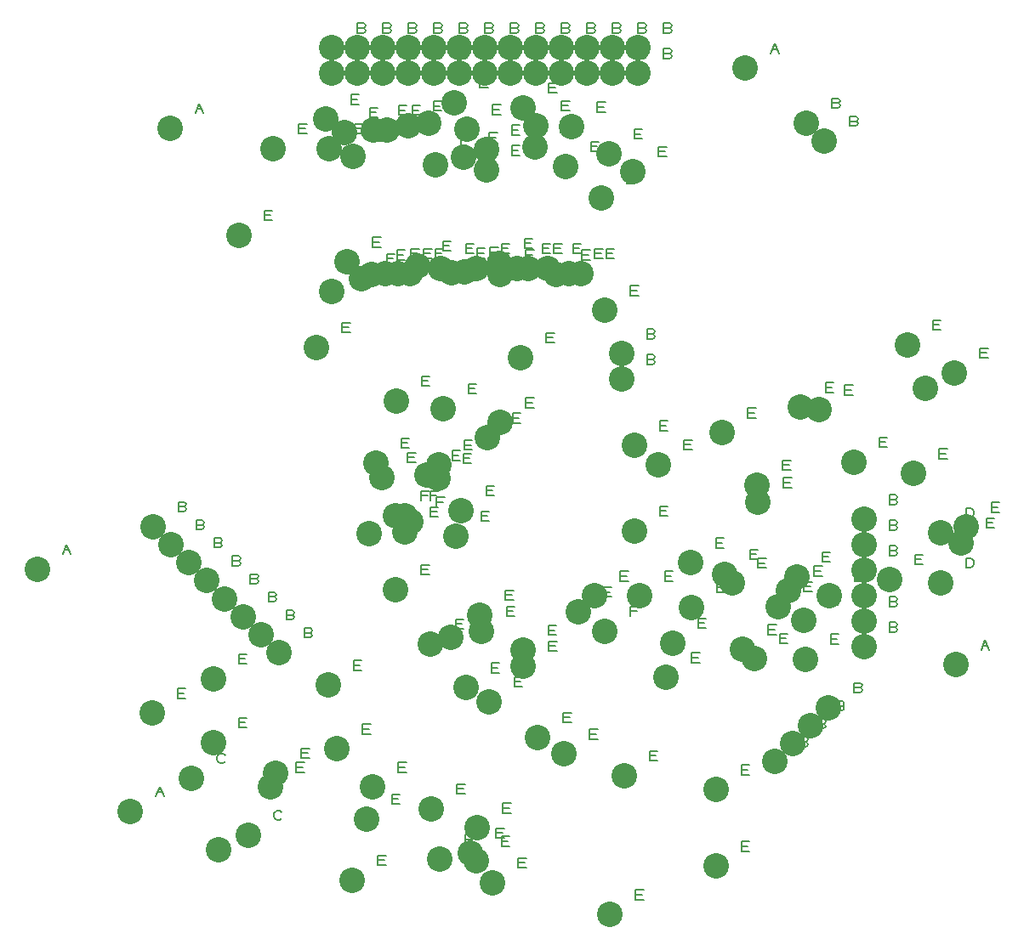
<source format=gbr>
%FSLAX35Y35*%
%MOIN*%
G04 EasyPC Gerber Version 18.0.8 Build 3632 *
%ADD151C,0.00500*%
%ADD150C,0.10000*%
X0Y0D02*
D02*
D150*
X36741Y182991D03*
X73241Y87991D03*
X81741Y126491D03*
X82028Y199705D03*
X88741Y355991D03*
X89099Y192633D03*
X96170Y185563D03*
X97256Y100977D03*
X103241Y178491D03*
X105741Y114991D03*
Y139991D03*
X107741Y72991D03*
X110312Y171420D03*
X115741Y313991D03*
X117383Y164349D03*
X119530Y78703D03*
X124454Y157278D03*
X128241Y97491D03*
X129241Y347991D03*
X130241Y102991D03*
X131526Y150207D03*
X146241Y269991D03*
X149741Y359491D03*
X150741Y137491D03*
X151241Y347991D03*
X152241Y291922D03*
Y377491D03*
Y387491D03*
X154241Y112491D03*
X157141Y354391D03*
X158241Y303491D03*
X160241Y60991D03*
X160384Y345088D03*
X162241Y377491D03*
Y387491D03*
X163741Y296991D03*
X165741Y84991D03*
X166741Y196991D03*
X167741Y298491D03*
X168241Y97491D03*
X168372Y355197D03*
X169370Y224653D03*
X171991Y219037D03*
X172241Y377491D03*
Y387491D03*
X173241Y298991D03*
X173741Y355197D03*
X177241Y174991D03*
Y203991D03*
X177357Y248989D03*
X178241Y298991D03*
X180741Y203991D03*
X180852Y197695D03*
X182100Y356944D03*
X182241Y377491D03*
Y387491D03*
X182741Y298991D03*
X183241Y201491D03*
X185741Y301991D03*
X189463Y219785D03*
X190337Y357818D03*
X190741Y153741D03*
X191241Y88991D03*
X192241Y377491D03*
Y387491D03*
X192741Y341491D03*
X193831Y218662D03*
X194206Y223904D03*
X194580Y69273D03*
X194741Y300991D03*
X195828Y245991D03*
X198741Y156241D03*
X199205Y299167D03*
X200241Y365991D03*
X200741Y195991D03*
X202241Y377491D03*
Y387491D03*
X202741Y205991D03*
X203941Y344491D03*
X204241Y299491D03*
X204741Y136491D03*
X205241Y355491D03*
X206561Y71644D03*
X208741Y68491D03*
Y300991D03*
X209241Y81491D03*
X210241Y164991D03*
X210741Y158741D03*
X212241Y377491D03*
Y387491D03*
X212741Y339491D03*
Y347491D03*
X213176Y234491D03*
X213741Y130991D03*
X215241Y59991D03*
X217741Y302991D03*
X218241Y240491D03*
Y298491D03*
X222241Y377491D03*
Y387491D03*
X224741Y300991D03*
X226241Y265991D03*
X227029Y151269D03*
X227241Y144991D03*
Y363991D03*
X229241Y300991D03*
X231741Y348491D03*
X232241Y356991D03*
Y377491D03*
Y387491D03*
X232941Y116991D03*
X236741Y300991D03*
X240241Y298491D03*
X242241Y377491D03*
Y387491D03*
X243241Y110491D03*
X243741Y340991D03*
X245241Y298991D03*
X246241Y356491D03*
X248741Y166241D03*
X249741Y298991D03*
X252241Y377491D03*
Y387491D03*
X255241Y172491D03*
X257741Y328491D03*
X259241Y158741D03*
Y284491D03*
X260726Y345961D03*
X261241Y47491D03*
X262241Y377491D03*
Y387491D03*
X265741Y257491D03*
Y267491D03*
X266741Y101991D03*
X270241Y338991D03*
X270741Y197991D03*
Y231491D03*
X272241Y377491D03*
Y387491D03*
X272741Y172491D03*
X280241Y224029D03*
X283241Y140491D03*
X285741Y154066D03*
X292741Y185491D03*
X293241Y167991D03*
X302741Y66491D03*
Y96491D03*
X305241Y236509D03*
X306154Y180991D03*
X309274Y177602D03*
X313241Y151491D03*
X314241Y379491D03*
X317741Y147991D03*
X319009Y216041D03*
X319259Y209177D03*
X325741Y107491D03*
X327241Y168338D03*
X331241Y174491D03*
X332813Y114563D03*
X334485Y180091D03*
X335741Y246491D03*
X337241Y162991D03*
X337741Y147767D03*
X338241Y357991D03*
X339883Y121633D03*
X343241Y245491D03*
X345313Y350920D03*
X346955Y128705D03*
X347090Y172491D03*
X356741Y224991D03*
X360741Y152491D03*
Y162491D03*
Y172491D03*
Y182491D03*
Y192491D03*
Y202491D03*
X370741Y178991D03*
X377741Y270991D03*
X380241Y220491D03*
X384741Y253991D03*
X390741Y177691D03*
Y197291D03*
X396241Y259991D03*
X396741Y145491D03*
X398741Y193391D03*
X400741Y199491D03*
D02*
D151*
X46741Y188929D02*
X48304Y192679D01*
X49867Y188929*
X47367Y190491D02*
X49241D01*
X83241Y93929D02*
X84804Y97679D01*
X86367Y93929*
X83867Y95491D02*
X85741D01*
X91741Y132429D02*
Y136179D01*
X94867*
X94241Y134304D02*
X91741D01*
Y132429D02*
X94867D01*
X94215Y207517D02*
X94841Y207205D01*
X95153Y206580*
X94841Y205955*
X94215Y205642*
X92028*
Y209392*
X94215*
X94841Y209080*
X95153Y208455*
X94841Y207830*
X94215Y207517*
X92028*
X98741Y361929D02*
X100304Y365679D01*
X101867Y361929*
X99367Y363491D02*
X101241D01*
X101287Y200446D02*
X101912Y200133D01*
X102224Y199509*
X101912Y198883*
X101287Y198571*
X99099*
Y202321*
X101287*
X101912Y202009*
X102224Y201383*
X101912Y200759*
X101287Y200446*
X99099*
X108357Y193375D02*
X108983Y193063D01*
X109295Y192438*
X108983Y191813*
X108357Y191500*
X106170*
Y195250*
X108357*
X108983Y194938*
X109295Y194313*
X108983Y193688*
X108357Y193375*
X106170*
X110381Y107539D02*
X110069Y107227D01*
X109443Y106914*
X108506*
X107881Y107227*
X107569Y107539*
X107256Y108164*
Y109414*
X107569Y110039*
X107881Y110352*
X108506Y110664*
X109443*
X110069Y110352*
X110381Y110039*
X115429Y186304D02*
X116054Y185991D01*
X116367Y185367*
X116054Y184741*
X115429Y184429*
X113241*
Y188179*
X115429*
X116054Y187867*
X116367Y187241*
X116054Y186617*
X115429Y186304*
X113241*
X115741Y120929D02*
Y124679D01*
X118867*
X118241Y122804D02*
X115741D01*
Y120929D02*
X118867D01*
X115741Y145929D02*
Y149679D01*
X118867*
X118241Y147804D02*
X115741D01*
Y145929D02*
X118867D01*
X117741Y78929D02*
Y82679D01*
X120867*
X120241Y80804D02*
X117741D01*
Y78929D02*
X120867D01*
X122500Y179233D02*
X123125Y178920D01*
X123437Y178296*
X123125Y177670*
X122500Y177358*
X120312*
Y181108*
X122500*
X123125Y180796*
X123437Y180170*
X123125Y179546*
X122500Y179233*
X120312*
X125741Y319929D02*
Y323679D01*
X128867*
X128241Y321804D02*
X125741D01*
Y319929D02*
X128867D01*
X129571Y172162D02*
X130196Y171849D01*
X130509Y171224*
X130196Y170599*
X129571Y170287*
X127383*
Y174037*
X129571*
X130196Y173724*
X130509Y173099*
X130196Y172474*
X129571Y172162*
X127383*
X132655Y85265D02*
X132343Y84953D01*
X131717Y84640*
X130780*
X130155Y84953*
X129843Y85265*
X129530Y85890*
Y87140*
X129843Y87765*
X130155Y88078*
X130780Y88390*
X131717*
X132343Y88078*
X132655Y87765*
X136642Y165091D02*
X137267Y164778D01*
X137580Y164154*
X137267Y163528*
X136642Y163216*
X134454*
Y166966*
X136642*
X137267Y166654*
X137580Y166028*
X137267Y165404*
X136642Y165091*
X134454*
X138241Y103429D02*
Y107179D01*
X141367*
X140741Y105304D02*
X138241D01*
Y103429D02*
X141367D01*
X139241Y353929D02*
Y357679D01*
X142367*
X141741Y355804D02*
X139241D01*
Y353929D02*
X142367D01*
X140241Y108929D02*
Y112679D01*
X143367*
X142741Y110804D02*
X140241D01*
Y108929D02*
X143367D01*
X143713Y158020D02*
X144338Y157707D01*
X144651Y157082*
X144338Y156457*
X143713Y156144*
X141526*
Y159894*
X143713*
X144338Y159582*
X144651Y158957*
X144338Y158332*
X143713Y158020*
X141526*
X156241Y275929D02*
Y279679D01*
X159367*
X158741Y277804D02*
X156241D01*
Y275929D02*
X159367D01*
X159741Y365429D02*
Y369179D01*
X162867*
X162241Y367304D02*
X159741D01*
Y365429D02*
X162867D01*
X160741Y143429D02*
Y147179D01*
X163867*
X163241Y145304D02*
X160741D01*
Y143429D02*
X163867D01*
X161241Y353929D02*
Y357679D01*
X164367*
X163741Y355804D02*
X161241D01*
Y353929D02*
X164367D01*
X162241Y297859D02*
Y301609D01*
X165367*
X164741Y299734D02*
X162241D01*
Y297859D02*
X165367D01*
X164429Y385304D02*
X165054Y384991D01*
X165367Y384367*
X165054Y383741*
X164429Y383429*
X162241*
Y387179*
X164429*
X165054Y386867*
X165367Y386241*
X165054Y385617*
X164429Y385304*
X162241*
X164429Y395304D02*
X165054Y394991D01*
X165367Y394367*
X165054Y393741*
X164429Y393429*
X162241*
Y397179*
X164429*
X165054Y396867*
X165367Y396241*
X165054Y395617*
X164429Y395304*
X162241*
X164241Y118429D02*
Y122179D01*
X167367*
X166741Y120304D02*
X164241D01*
Y118429D02*
X167367D01*
X167141Y360329D02*
Y364079D01*
X170267*
X169641Y362204D02*
X167141D01*
Y360329D02*
X170267D01*
X168241Y309429D02*
Y313179D01*
X171367*
X170741Y311304D02*
X168241D01*
Y309429D02*
X171367D01*
X170241Y66929D02*
Y70679D01*
X173367*
X172741Y68804D02*
X170241D01*
Y66929D02*
X173367D01*
X170384Y351025D02*
Y354775D01*
X173509*
X172884Y352900D02*
X170384D01*
Y351025D02*
X173509D01*
X174429Y385304D02*
X175054Y384991D01*
X175367Y384367*
X175054Y383741*
X174429Y383429*
X172241*
Y387179*
X174429*
X175054Y386867*
X175367Y386241*
X175054Y385617*
X174429Y385304*
X172241*
X174429Y395304D02*
X175054Y394991D01*
X175367Y394367*
X175054Y393741*
X174429Y393429*
X172241*
Y397179*
X174429*
X175054Y396867*
X175367Y396241*
X175054Y395617*
X174429Y395304*
X172241*
X173741Y302929D02*
Y306679D01*
X176867*
X176241Y304804D02*
X173741D01*
Y302929D02*
X176867D01*
X175741Y90929D02*
Y94679D01*
X178867*
X178241Y92804D02*
X175741D01*
Y90929D02*
X178867D01*
X176741Y202929D02*
Y206679D01*
X179867*
X179241Y204804D02*
X176741D01*
Y202929D02*
X179867D01*
X177741Y304429D02*
Y308179D01*
X180867*
X180241Y306304D02*
X177741D01*
Y304429D02*
X180867D01*
X178241Y103429D02*
Y107179D01*
X181367*
X180741Y105304D02*
X178241D01*
Y103429D02*
X181367D01*
X178372Y361134D02*
Y364884D01*
X181497*
X180872Y363009D02*
X178372D01*
Y361134D02*
X181497D01*
X179370Y230590D02*
Y234340D01*
X182495*
X181870Y232465D02*
X179370D01*
Y230590D02*
X182495D01*
X181991Y224974D02*
Y228724D01*
X185116*
X184491Y226849D02*
X181991D01*
Y224974D02*
X185116D01*
X184429Y385304D02*
X185054Y384991D01*
X185367Y384367*
X185054Y383741*
X184429Y383429*
X182241*
Y387179*
X184429*
X185054Y386867*
X185367Y386241*
X185054Y385617*
X184429Y385304*
X182241*
X184429Y395304D02*
X185054Y394991D01*
X185367Y394367*
X185054Y393741*
X184429Y393429*
X182241*
Y397179*
X184429*
X185054Y396867*
X185367Y396241*
X185054Y395617*
X184429Y395304*
X182241*
X183241Y304929D02*
Y308679D01*
X186367*
X185741Y306804D02*
X183241D01*
Y304929D02*
X186367D01*
X183741Y361134D02*
Y364884D01*
X186867*
X186241Y363009D02*
X183741D01*
Y361134D02*
X186867D01*
X187241Y180929D02*
Y184679D01*
X190367*
X189741Y182804D02*
X187241D01*
Y180929D02*
X190367D01*
X187241Y209929D02*
Y213679D01*
X190367*
X189741Y211804D02*
X187241D01*
X187357Y254927D02*
Y258677D01*
X190483*
X189857Y256802D02*
X187357D01*
Y254927D02*
X190483D01*
X188241Y304929D02*
Y308679D01*
X191367*
X190741Y306804D02*
X188241D01*
Y304929D02*
X191367D01*
X190741Y209929D02*
Y213679D01*
X193867*
X193241Y211804D02*
X190741D01*
X190852Y203633D02*
Y207383D01*
X193977*
X193352Y205508D02*
X190852D01*
Y203633D02*
X193977D01*
X192100Y362881D02*
Y366631D01*
X195225*
X194600Y364757D02*
X192100D01*
Y362881D02*
X195225D01*
X194429Y385304D02*
X195054Y384991D01*
X195367Y384367*
X195054Y383741*
X194429Y383429*
X192241*
Y387179*
X194429*
X195054Y386867*
X195367Y386241*
X195054Y385617*
X194429Y385304*
X192241*
X194429Y395304D02*
X195054Y394991D01*
X195367Y394367*
X195054Y393741*
X194429Y393429*
X192241*
Y397179*
X194429*
X195054Y396867*
X195367Y396241*
X195054Y395617*
X194429Y395304*
X192241*
X192741Y304929D02*
Y308679D01*
X195867*
X195241Y306804D02*
X192741D01*
Y304929D02*
X195867D01*
X193241Y207429D02*
Y211179D01*
X196367*
X195741Y209304D02*
X193241D01*
X195741Y307929D02*
Y311679D01*
X198867*
X198241Y309804D02*
X195741D01*
Y307929D02*
X198867D01*
X199463Y225723D02*
Y229473D01*
X202589*
X201963Y227598D02*
X199463D01*
Y225723D02*
X202589D01*
X200337Y363755D02*
Y367505D01*
X203462*
X202837Y365630D02*
X200337D01*
Y363755D02*
X203462D01*
X200741Y159679D02*
Y163429D01*
X203867*
X203241Y161554D02*
X200741D01*
Y159679D02*
X203867D01*
X201241Y94929D02*
Y98679D01*
X204367*
X203741Y96804D02*
X201241D01*
Y94929D02*
X204367D01*
X204429Y385304D02*
X205054Y384991D01*
X205367Y384367*
X205054Y383741*
X204429Y383429*
X202241*
Y387179*
X204429*
X205054Y386867*
X205367Y386241*
X205054Y385617*
X204429Y385304*
X202241*
X204429Y395304D02*
X205054Y394991D01*
X205367Y394367*
X205054Y393741*
X204429Y393429*
X202241*
Y397179*
X204429*
X205054Y396867*
X205367Y396241*
X205054Y395617*
X204429Y395304*
X202241*
X202741Y347429D02*
Y351179D01*
X205867*
X205241Y349304D02*
X202741D01*
Y347429D02*
X205867D01*
X203831Y224600D02*
Y228350D01*
X206957*
X206331Y226475D02*
X203831D01*
Y224600D02*
X206957D01*
X204206Y229841D02*
Y233591D01*
X207331*
X206706Y231717D02*
X204206D01*
Y229841D02*
X207331D01*
X204580Y75210D02*
Y78960D01*
X207706*
X207080Y77085D02*
X204580D01*
Y75210D02*
X207706D01*
X204741Y306929D02*
Y310679D01*
X207867*
X207241Y308804D02*
X204741D01*
Y306929D02*
X207867D01*
X205828Y251929D02*
Y255679D01*
X208954*
X208328Y253804D02*
X205828D01*
Y251929D02*
X208954D01*
X208741Y162179D02*
Y165929D01*
X211867*
X211241Y164054D02*
X208741D01*
Y162179D02*
X211867D01*
X209205Y305105D02*
Y308855D01*
X212330*
X211705Y306980D02*
X209205D01*
Y305105D02*
X212330D01*
X210241Y371929D02*
Y375679D01*
X213367*
X212741Y373804D02*
X210241D01*
Y371929D02*
X213367D01*
X210741Y201929D02*
Y205679D01*
X213867*
X213241Y203804D02*
X210741D01*
Y201929D02*
X213867D01*
X214429Y385304D02*
X215054Y384991D01*
X215367Y384367*
X215054Y383741*
X214429Y383429*
X212241*
Y387179*
X214429*
X215054Y386867*
X215367Y386241*
X215054Y385617*
X214429Y385304*
X212241*
X214429Y395304D02*
X215054Y394991D01*
X215367Y394367*
X215054Y393741*
X214429Y393429*
X212241*
Y397179*
X214429*
X215054Y396867*
X215367Y396241*
X215054Y395617*
X214429Y395304*
X212241*
X212741Y211929D02*
Y215679D01*
X215867*
X215241Y213804D02*
X212741D01*
Y211929D02*
X215867D01*
X213941Y350429D02*
Y354179D01*
X217067*
X216441Y352304D02*
X213941D01*
Y350429D02*
X217067D01*
X214241Y305429D02*
Y309179D01*
X217367*
X216741Y307304D02*
X214241D01*
Y305429D02*
X217367D01*
X214741Y142429D02*
Y146179D01*
X217867*
X217241Y144304D02*
X214741D01*
Y142429D02*
X217867D01*
X215241Y361429D02*
Y365179D01*
X218367*
X217741Y363304D02*
X215241D01*
Y361429D02*
X218367D01*
X216561Y77581D02*
Y81331D01*
X219687*
X219061Y79457D02*
X216561D01*
Y77581D02*
X219687D01*
X218741Y74429D02*
Y78179D01*
X221867*
X221241Y76304D02*
X218741D01*
Y74429D02*
X221867D01*
X218741Y306929D02*
Y310679D01*
X221867*
X221241Y308804D02*
X218741D01*
Y306929D02*
X221867D01*
X219241Y87429D02*
Y91179D01*
X222367*
X221741Y89304D02*
X219241D01*
Y87429D02*
X222367D01*
X220241Y170929D02*
Y174679D01*
X223367*
X222741Y172804D02*
X220241D01*
Y170929D02*
X223367D01*
X220741Y164679D02*
Y168429D01*
X223867*
X223241Y166554D02*
X220741D01*
Y164679D02*
X223867D01*
X224429Y385304D02*
X225054Y384991D01*
X225367Y384367*
X225054Y383741*
X224429Y383429*
X222241*
Y387179*
X224429*
X225054Y386867*
X225367Y386241*
X225054Y385617*
X224429Y385304*
X222241*
X224429Y395304D02*
X225054Y394991D01*
X225367Y394367*
X225054Y393741*
X224429Y393429*
X222241*
Y397179*
X224429*
X225054Y396867*
X225367Y396241*
X225054Y395617*
X224429Y395304*
X222241*
X222741Y345429D02*
Y349179D01*
X225867*
X225241Y347304D02*
X222741D01*
Y345429D02*
X225867D01*
X222741Y353429D02*
Y357179D01*
X225867*
X225241Y355304D02*
X222741D01*
Y353429D02*
X225867D01*
X223176Y240429D02*
Y244179D01*
X226301*
X225676Y242304D02*
X223176D01*
Y240429D02*
X226301D01*
X223741Y136929D02*
Y140679D01*
X226867*
X226241Y138804D02*
X223741D01*
Y136929D02*
X226867D01*
X225241Y65929D02*
Y69679D01*
X228367*
X227741Y67804D02*
X225241D01*
Y65929D02*
X228367D01*
X227741Y308929D02*
Y312679D01*
X230867*
X230241Y310804D02*
X227741D01*
Y308929D02*
X230867D01*
X228241Y246429D02*
Y250179D01*
X231367*
X230741Y248304D02*
X228241D01*
Y246429D02*
X231367D01*
X228241Y304429D02*
Y308179D01*
X231367*
X230741Y306304D02*
X228241D01*
Y304429D02*
X231367D01*
X234429Y385304D02*
X235054Y384991D01*
X235367Y384367*
X235054Y383741*
X234429Y383429*
X232241*
Y387179*
X234429*
X235054Y386867*
X235367Y386241*
X235054Y385617*
X234429Y385304*
X232241*
X234429Y395304D02*
X235054Y394991D01*
X235367Y394367*
X235054Y393741*
X234429Y393429*
X232241*
Y397179*
X234429*
X235054Y396867*
X235367Y396241*
X235054Y395617*
X234429Y395304*
X232241*
X234741Y306929D02*
Y310679D01*
X237867*
X237241Y308804D02*
X234741D01*
Y306929D02*
X237867D01*
X236241Y271929D02*
Y275679D01*
X239367*
X238741Y273804D02*
X236241D01*
Y271929D02*
X239367D01*
X237029Y157206D02*
Y160956D01*
X240154*
X239529Y159081D02*
X237029D01*
Y157206D02*
X240154D01*
X237241Y150929D02*
Y154679D01*
X240367*
X239741Y152804D02*
X237241D01*
Y150929D02*
X240367D01*
X237241Y369929D02*
Y373679D01*
X240367*
X239741Y371804D02*
X237241D01*
Y369929D02*
X240367D01*
X239241Y306929D02*
Y310679D01*
X242367*
X241741Y308804D02*
X239241D01*
Y306929D02*
X242367D01*
X241741Y354429D02*
Y358179D01*
X244867*
X244241Y356304D02*
X241741D01*
Y354429D02*
X244867D01*
X242241Y362929D02*
Y366679D01*
X245367*
X244741Y364804D02*
X242241D01*
Y362929D02*
X245367D01*
X244429Y385304D02*
X245054Y384991D01*
X245367Y384367*
X245054Y383741*
X244429Y383429*
X242241*
Y387179*
X244429*
X245054Y386867*
X245367Y386241*
X245054Y385617*
X244429Y385304*
X242241*
X244429Y395304D02*
X245054Y394991D01*
X245367Y394367*
X245054Y393741*
X244429Y393429*
X242241*
Y397179*
X244429*
X245054Y396867*
X245367Y396241*
X245054Y395617*
X244429Y395304*
X242241*
X242941Y122929D02*
Y126679D01*
X246067*
X245441Y124804D02*
X242941D01*
Y122929D02*
X246067D01*
X246741Y306929D02*
Y310679D01*
X249867*
X249241Y308804D02*
X246741D01*
Y306929D02*
X249867D01*
X250241Y304429D02*
Y308179D01*
X253367*
X252741Y306304D02*
X250241D01*
Y304429D02*
X253367D01*
X254429Y385304D02*
X255054Y384991D01*
X255367Y384367*
X255054Y383741*
X254429Y383429*
X252241*
Y387179*
X254429*
X255054Y386867*
X255367Y386241*
X255054Y385617*
X254429Y385304*
X252241*
X254429Y395304D02*
X255054Y394991D01*
X255367Y394367*
X255054Y393741*
X254429Y393429*
X252241*
Y397179*
X254429*
X255054Y396867*
X255367Y396241*
X255054Y395617*
X254429Y395304*
X252241*
X253241Y116429D02*
Y120179D01*
X256367*
X255741Y118304D02*
X253241D01*
Y116429D02*
X256367D01*
X253741Y346929D02*
Y350679D01*
X256867*
X256241Y348804D02*
X253741D01*
Y346929D02*
X256867D01*
X255241Y304929D02*
Y308679D01*
X258367*
X257741Y306804D02*
X255241D01*
Y304929D02*
X258367D01*
X256241Y362429D02*
Y366179D01*
X259367*
X258741Y364304D02*
X256241D01*
Y362429D02*
X259367D01*
X258741Y172179D02*
Y175929D01*
X261867*
X261241Y174054D02*
X258741D01*
Y172179D02*
X261867D01*
X259741Y304929D02*
Y308679D01*
X262867*
X262241Y306804D02*
X259741D01*
Y304929D02*
X262867D01*
X264429Y385304D02*
X265054Y384991D01*
X265367Y384367*
X265054Y383741*
X264429Y383429*
X262241*
Y387179*
X264429*
X265054Y386867*
X265367Y386241*
X265054Y385617*
X264429Y385304*
X262241*
X264429Y395304D02*
X265054Y394991D01*
X265367Y394367*
X265054Y393741*
X264429Y393429*
X262241*
Y397179*
X264429*
X265054Y396867*
X265367Y396241*
X265054Y395617*
X264429Y395304*
X262241*
X265241Y178429D02*
Y182179D01*
X268367*
X267741Y180304D02*
X265241D01*
Y178429D02*
X268367D01*
X267741Y334429D02*
Y338179D01*
X270867*
X270241Y336304D02*
X267741D01*
Y334429D02*
X270867D01*
X269241Y164679D02*
Y168429D01*
X272367*
X271741Y166554D02*
X269241D01*
Y290429D02*
Y294179D01*
X272367*
X271741Y292304D02*
X269241D01*
Y290429D02*
X272367D01*
X270726Y351899D02*
Y355649D01*
X273851*
X273226Y353774D02*
X270726D01*
Y351899D02*
X273851D01*
X271241Y53429D02*
Y57179D01*
X274367*
X273741Y55304D02*
X271241D01*
Y53429D02*
X274367D01*
X274429Y385304D02*
X275054Y384991D01*
X275367Y384367*
X275054Y383741*
X274429Y383429*
X272241*
Y387179*
X274429*
X275054Y386867*
X275367Y386241*
X275054Y385617*
X274429Y385304*
X272241*
X274429Y395304D02*
X275054Y394991D01*
X275367Y394367*
X275054Y393741*
X274429Y393429*
X272241*
Y397179*
X274429*
X275054Y396867*
X275367Y396241*
X275054Y395617*
X274429Y395304*
X272241*
X277929Y265304D02*
X278554Y264991D01*
X278867Y264367*
X278554Y263741*
X277929Y263429*
X275741*
Y267179*
X277929*
X278554Y266867*
X278867Y266241*
X278554Y265617*
X277929Y265304*
X275741*
X277929Y275304D02*
X278554Y274991D01*
X278867Y274367*
X278554Y273741*
X277929Y273429*
X275741*
Y277179*
X277929*
X278554Y276867*
X278867Y276241*
X278554Y275617*
X277929Y275304*
X275741*
X276741Y107929D02*
Y111679D01*
X279867*
X279241Y109804D02*
X276741D01*
Y107929D02*
X279867D01*
X280241Y344929D02*
Y348679D01*
X283367*
X282741Y346804D02*
X280241D01*
Y344929D02*
X283367D01*
X280741Y203929D02*
Y207679D01*
X283867*
X283241Y205804D02*
X280741D01*
Y203929D02*
X283867D01*
X280741Y237429D02*
Y241179D01*
X283867*
X283241Y239304D02*
X280741D01*
Y237429D02*
X283867D01*
X284429Y385304D02*
X285054Y384991D01*
X285367Y384367*
X285054Y383741*
X284429Y383429*
X282241*
Y387179*
X284429*
X285054Y386867*
X285367Y386241*
X285054Y385617*
X284429Y385304*
X282241*
X284429Y395304D02*
X285054Y394991D01*
X285367Y394367*
X285054Y393741*
X284429Y393429*
X282241*
Y397179*
X284429*
X285054Y396867*
X285367Y396241*
X285054Y395617*
X284429Y395304*
X282241*
X282741Y178429D02*
Y182179D01*
X285867*
X285241Y180304D02*
X282741D01*
Y178429D02*
X285867D01*
X290241Y229966D02*
Y233716D01*
X293367*
X292741Y231841D02*
X290241D01*
Y229966D02*
X293367D01*
X293241Y146429D02*
Y150179D01*
X296367*
X295741Y148304D02*
X293241D01*
Y146429D02*
X296367D01*
X295741Y160004D02*
Y163754D01*
X298867*
X298241Y161879D02*
X295741D01*
Y160004D02*
X298867D01*
X302741Y191429D02*
Y195179D01*
X305867*
X305241Y193304D02*
X302741D01*
Y191429D02*
X305867D01*
X303241Y173929D02*
Y177679D01*
X306367*
X305741Y175804D02*
X303241D01*
Y173929D02*
X306367D01*
X312741Y72429D02*
Y76179D01*
X315867*
X315241Y74304D02*
X312741D01*
Y72429D02*
X315867D01*
X312741Y102429D02*
Y106179D01*
X315867*
X315241Y104304D02*
X312741D01*
Y102429D02*
X315867D01*
X315241Y242446D02*
Y246196D01*
X318367*
X317741Y244322D02*
X315241D01*
Y242446D02*
X318367D01*
X316154Y186929D02*
Y190679D01*
X319280*
X318654Y188804D02*
X316154D01*
Y186929D02*
X319280D01*
X319274Y183539D02*
Y187289D01*
X322400*
X321774Y185415D02*
X319274D01*
Y183539D02*
X322400D01*
X323241Y157429D02*
Y161179D01*
X326367*
X325741Y159304D02*
X323241D01*
Y157429D02*
X326367D01*
X324241Y385429D02*
X325804Y389179D01*
X327367Y385429*
X324867Y386991D02*
X326741D01*
X327741Y153929D02*
Y157679D01*
X330867*
X330241Y155804D02*
X327741D01*
Y153929D02*
X330867D01*
X329009Y221979D02*
Y225729D01*
X332134*
X331509Y223854D02*
X329009D01*
Y221979D02*
X332134D01*
X329259Y215115D02*
Y218865D01*
X332384*
X331759Y216990D02*
X329259D01*
Y215115D02*
X332384D01*
X337929Y115304D02*
X338554Y114991D01*
X338867Y114367*
X338554Y113741*
X337929Y113429*
X335741*
Y117179*
X337929*
X338554Y116867*
X338867Y116241*
X338554Y115617*
X337929Y115304*
X335741*
X337241Y174275D02*
Y178025D01*
X340367*
X339741Y176150D02*
X337241D01*
Y174275D02*
X340367D01*
X341241Y180429D02*
Y184179D01*
X344367*
X343741Y182304D02*
X341241D01*
Y180429D02*
X344367D01*
X345000Y122375D02*
X345625Y122063D01*
X345938Y121438*
X345625Y120813*
X345000Y120500*
X342813*
Y124250*
X345000*
X345625Y123938*
X345938Y123313*
X345625Y122688*
X345000Y122375*
X342813*
X344485Y186029D02*
Y189779D01*
X347610*
X346985Y187904D02*
X344485D01*
Y186029D02*
X347610D01*
X345741Y252429D02*
Y256179D01*
X348867*
X348241Y254304D02*
X345741D01*
Y252429D02*
X348867D01*
X347241Y168929D02*
Y172679D01*
X350367*
X349741Y170804D02*
X347241D01*
Y168929D02*
X350367D01*
X347741Y153704D02*
Y157454D01*
X350867*
X350241Y155580D02*
X347741D01*
Y153704D02*
X350867D01*
X350429Y365804D02*
X351054Y365491D01*
X351367Y364867*
X351054Y364241*
X350429Y363929*
X348241*
Y367679*
X350429*
X351054Y367367*
X351367Y366741*
X351054Y366117*
X350429Y365804*
X348241*
X352071Y129446D02*
X352696Y129133D01*
X353009Y128509*
X352696Y127883*
X352071Y127571*
X349883*
Y131321*
X352071*
X352696Y131009*
X353009Y130383*
X352696Y129759*
X352071Y129446*
X349883*
X353241Y251429D02*
Y255179D01*
X356367*
X355741Y253304D02*
X353241D01*
Y251429D02*
X356367D01*
X357500Y358733D02*
X358125Y358420D01*
X358438Y357795*
X358125Y357170*
X357500Y356857*
X355313*
Y360607*
X357500*
X358125Y360295*
X358438Y359670*
X358125Y359045*
X357500Y358733*
X355313*
X359142Y136517D02*
X359767Y136205D01*
X360080Y135580*
X359767Y134955*
X359142Y134642*
X356955*
Y138392*
X359142*
X359767Y138080*
X360080Y137455*
X359767Y136830*
X359142Y136517*
X356955*
X357090Y178429D02*
Y182179D01*
X360215*
X359590Y180304D02*
X357090D01*
Y178429D02*
X360215D01*
X366741Y230929D02*
Y234679D01*
X369867*
X369241Y232804D02*
X366741D01*
Y230929D02*
X369867D01*
X372929Y160304D02*
X373554Y159991D01*
X373867Y159367*
X373554Y158741*
X372929Y158429*
X370741*
Y162179*
X372929*
X373554Y161867*
X373867Y161241*
X373554Y160617*
X372929Y160304*
X370741*
X372929Y170304D02*
X373554Y169991D01*
X373867Y169367*
X373554Y168741*
X372929Y168429*
X370741*
Y172179*
X372929*
X373554Y171867*
X373867Y171241*
X373554Y170617*
X372929Y170304*
X370741*
X372929Y180304D02*
X373554Y179991D01*
X373867Y179367*
X373554Y178741*
X372929Y178429*
X370741*
Y182179*
X372929*
X373554Y181867*
X373867Y181241*
X373554Y180617*
X372929Y180304*
X370741*
X372929Y190304D02*
X373554Y189991D01*
X373867Y189367*
X373554Y188741*
X372929Y188429*
X370741*
Y192179*
X372929*
X373554Y191867*
X373867Y191241*
X373554Y190617*
X372929Y190304*
X370741*
X372929Y200304D02*
X373554Y199991D01*
X373867Y199367*
X373554Y198741*
X372929Y198429*
X370741*
Y202179*
X372929*
X373554Y201867*
X373867Y201241*
X373554Y200617*
X372929Y200304*
X370741*
X372929Y210304D02*
X373554Y209991D01*
X373867Y209367*
X373554Y208741*
X372929Y208429*
X370741*
Y212179*
X372929*
X373554Y211867*
X373867Y211241*
X373554Y210617*
X372929Y210304*
X370741*
X380741Y184929D02*
Y188679D01*
X383867*
X383241Y186804D02*
X380741D01*
Y184929D02*
X383867D01*
X387741Y276929D02*
Y280679D01*
X390867*
X390241Y278804D02*
X387741D01*
Y276929D02*
X390867D01*
X390241Y226429D02*
Y230179D01*
X393367*
X392741Y228304D02*
X390241D01*
Y226429D02*
X393367D01*
X394741Y259929D02*
Y263679D01*
X397867*
X397241Y261804D02*
X394741D01*
Y259929D02*
X397867D01*
X400741Y183629D02*
Y187379D01*
X402617*
X403241Y187067*
X403554Y186754*
X403867Y186129*
Y184879*
X403554Y184254*
X403241Y183941*
X402617Y183629*
X400741*
Y203229D02*
Y206979D01*
X402617*
X403241Y206667*
X403554Y206354*
X403867Y205729*
Y204479*
X403554Y203854*
X403241Y203541*
X402617Y203229*
X400741*
X406241Y265929D02*
Y269679D01*
X409367*
X408741Y267804D02*
X406241D01*
Y265929D02*
X409367D01*
X406741Y151429D02*
X408304Y155179D01*
X409867Y151429*
X407367Y152991D02*
X409241D01*
X408741Y199329D02*
Y203079D01*
X411867*
X411241Y201204D02*
X408741D01*
Y199329D02*
X411867D01*
X410741Y205429D02*
Y209179D01*
X413867*
X413241Y207304D02*
X410741D01*
Y205429D02*
X413867D01*
X0Y0D02*
M02*

</source>
